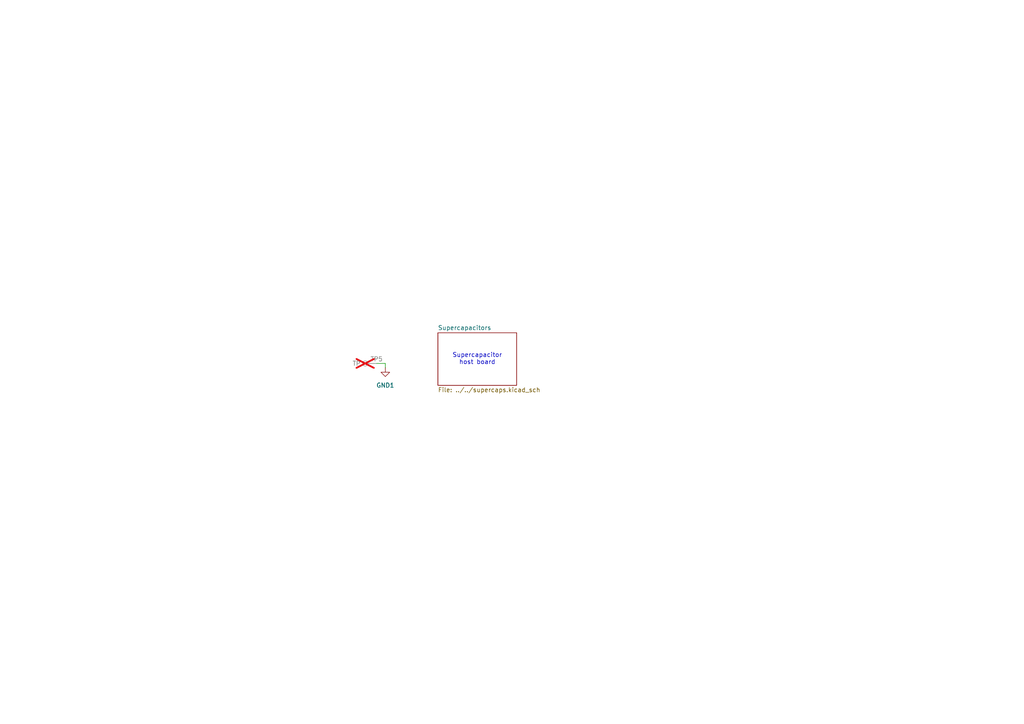
<source format=kicad_sch>
(kicad_sch (version 20250114) (generator "eeschema") (generator_version "9.0")
  (paper "A4")
  (lib_symbols
    (symbol "Connector:TestPoint" (pin_numbers (hide yes)) (pin_names (offset 0.762) (hide yes))
      (property "Reference" "TP" (at 0 6.858 0))
      (property "Value" "TestPoint" (at 0 5.08 0))
      (symbol "TestPoint_0_1"
        (circle (center 0 3.302) (radius 0.762))
      )
      (symbol "TestPoint_1_1"
        (pin passive line (at 0 0 90) (length 2.54) (name "1") (number "1"))
      )
    )
    (symbol "power:GND1" (power) (pin_numbers (hide yes)) (pin_names (offset 0) (hide yes))
      (property "Value" "GND1" (at 0 -3.81 0))
      (symbol "GND1_0_1"
        (polyline (pts (xy 0 0) (xy 0 -1.27) (xy 1.27 -1.27) (xy 0 -2.54) (xy -1.27 -1.27) (xy 0 -1.27)))
      )
      (symbol "GND1_1_1"
        (pin power_in line (at 0 0 270) (length 0) (name "~") (number "1"))
      )
    )
  )
  (text "Supercapacitor\nhost board" (at 138.43 104.14 0) (effects (font (size 1.27 1.27))))
  (wire (pts (xy 111.76 105.41) (xy 111.76 106.68)))
  (wire (pts (xy 109.22 105.41) (xy 111.76 105.41)))
  (symbol (lib_id "Connector:TestPoint") (at 109.22 105.41 90) (unit 1) (dnp yes)
    (property "Reference" "TP5" (at 109.22 104.14 90))
    (property "Value" "TP" (at 104.648 105.41 90) (effects (justify left)))
    (property "Footprint" "TestPoint:TestPoint_Bridge_Pitch2.0mm_Drill0.7mm" (effects (hide yes)))
    (property "Description" "test point" (effects (hide yes)))
  )
  (symbol (lib_id "power:GND1") (at 111.76 106.68 0) (unit 1)
    (property "Reference" "#PWR07" (effects (hide yes)))
    (property "Value" "GND1" (at 111.76 111.76 0))
    (property "Description" "Power symbol creates a global label with name \"GND1\" , ground" (effects (hide yes)))
  )
  (sheet (at 127 96.52) (size 22.86 15.24) (stroke (width 0.1524))
    (property "Sheetname" "Supercapacitors" (at 127 95.8084 0) (effects (justify left bottom)))
    (property "Sheetfile" "../../supercaps.kicad_sch" (at 127 112.3446 0) (effects (justify left top)))
  )
)
</source>
